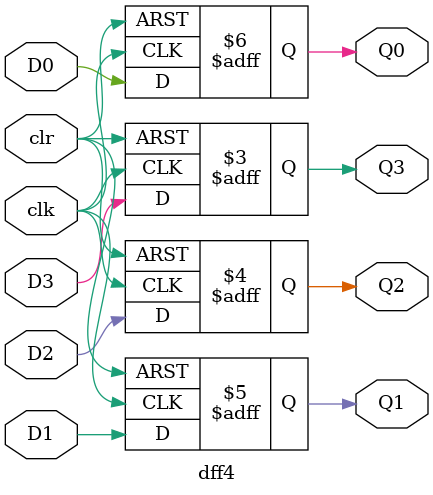
<source format=v>
module adpt_in
(
    input  [31:0]   sw_a,
    input  [31:0]   sw_b,
    input           btn_clk,
    input           btn_rst,
    output          D3,
    output          D2,
    output          D1,
    output          D0,
    output          K,
    output          clk,
    output          clr 

);

assign clk              = ~btn_clk;
assign clr              = btn_rst;
assign {D3, D2, D1, D0} = ~sw_a[3:0];
assign K                = ~sw_b[0];

endmodule

module adpt_out
(
    input           SUM3,
    input           SUM2,
    input           SUM1,
    input           SUM0,
    input           OF,
    output [31:0]   led
);

assign led = ~{27'h0, OF, SUM3, SUM2, SUM1, SUM0};

endmodule







module m7482
(
    input  A2,
    input  A1,
    input  B2,
    input  B1,
    input  C0,
    output SUM2,
    output SUM1,
    output C2
);

assign {C2, SUM2, SUM1} = {A2, A1} + {B2, B1} + C0;

endmodule

module xor2
(
    input   a,
    input   b,
    output  y
);

assign y = a ^ b;

endmodule


module dff4
(
    input  D3,
    input  D2,
    input  D1,
    input  D0,
    input  clk,
    input  clr,
    output Q3,
    output Q2,
    output Q1,
    output Q0
);

reg Q3, Q2, Q1, Q0;

always @(posedge clk or negedge clr)
begin
    if (!clr)
        {Q3, Q2, Q1, Q0} <= 4'b0;
    else
        {Q3, Q2, Q1, Q0} <= {D3, D2, D1, D0};
end

endmodule
</source>
